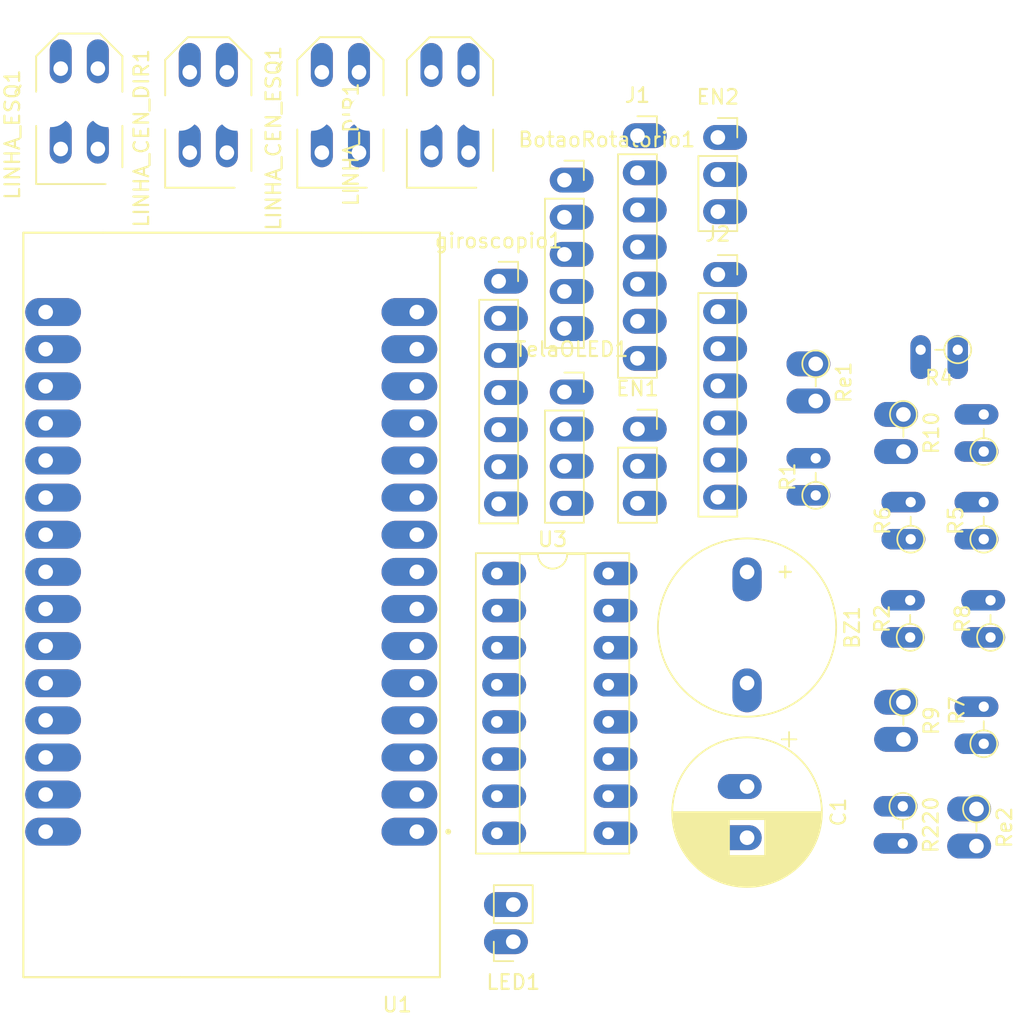
<source format=kicad_pcb>
(kicad_pcb (version 20241229) (generator "pcbnew") (generator_version "9.0")
  (layers (0 "F.Cu" signal) (2 "B.Cu" signal) (13 "F.Paste" user) (15 "B.Paste" user) (5 "F.SilkS" user "F.Silkscreen") (7 "B.SilkS" user "B.Silkscreen") (1 "F.Mask" user) (3 "B.Mask" user) (25 "Edge.Cuts" user))
  (net 0 "")
  (net 1 "KEY")
  (net 2 "S1")
  (net 3 "GND")
  (net 4 "S2")
  (net 5 "OUTE")
  (net 6 "OUTD")
  (net 7 "SDA")
  (net 8 "SCL")
  (net 9 "Net-(LINHA_ESQ1-PadA)")
  (net 10 "LE")
  (net 11 "LD")
  (net 12 "Net-(LINHA_DIR1-PadA)")
  (net 13 "Net-(LINHA_CEN_ESQ1-PadA)")
  (net 14 "CE")
  (net 15 "Net-(LINHA_CEN_DIR1-PadA)")
  (net 16 "CD")
  (net 23 "OUT3")
  (net 24 "IN3")
  (net 25 "IN2")
  (net 26 "IN4")
  (net 27 "IN1")
  (net 28 "OUT2")
  (net 29 "VIN")
  (net 30 "OUT1")
  (net 31 "OUT4")
  (net 33 "INF_FD")
  (net 34 "INF_FE")
  (net 35 "INF_TD")
  (net 36 "INF_TE")
  (net 41 "LED")
  (net 42 "Net-(LED1-Pin_2)")
  (net 43 "BUZZ")
  (net 45 "5VI")
  (net 46 "Net-(EN2-Pin_1)")
  (net 47 "Net-(EN1-Pin_1)")
  (net 50 "INF_C")
  (net 51 "5V")
  (footprint "Connector_PinSocket_2.54mm:PinSocket_1x04_P2.54mm_Vertical" (layer "F.Cu") (at 142.8 80.425)
    (property "Reference" "TelaOLED1" (at 0.5 -2.92 0) (layer "F.SilkS"))
    (property "Value" "Conn_01x04_Socket" (hide yes))
    (pad "1" thru_hole oval (at 0 0) (size 3 1.7) (drill 1 (offset 0.5 0)) (layers "*.Cu" "*.Mask") (net 7 "SDA"))
    (pad "2" thru_hole oval (at 0 2.54) (size 3 1.7) (drill 1 (offset 0.5 0)) (layers "*.Cu" "*.Mask") (net 8 "SCL"))
    (pad "3" thru_hole oval (at 0 5.08) (size 3 1.7) (drill 1 (offset 0.5 0)) (layers "*.Cu" "*.Mask") (net 3 "GND"))
    (pad "4" thru_hole oval (at 0 7.62) (size 3 1.7) (drill 1 (offset 0.5 0)) (layers "*.Cu" "*.Mask") (net 51 "5V"))
  )
  (footprint "IFSUL Camaquã:MODULE_ESP32_DEVKIT_V1_30_PIN" (layer "F.Cu") (at 120 95 180)
    (property "Reference" "U1" (at -11.355 -27.36 0) (layer "F.SilkS"))
    (property "Value" "ESP32-DEVKIT-V1")
    (pad "1" thru_hole oval (at -12.7 -15.515 180) (size 3.81 1.905) (drill 1 (offset 0.508 0)) (layers "*.Cu" "*.Mask"))
    (pad "2" thru_hole oval (at -12.7 -12.975 180) (size 3.81 1.905) (drill 1 (offset 0.508 0)) (layers "*.Cu" "*.Mask") (net 3 "GND"))
    (pad "3" thru_hole oval (at -12.7 -10.435 180) (size 3.81 1.905) (drill 1 (offset 0.508 0)) (layers "*.Cu" "*.Mask") (net 2 "S1"))
    (pad "4" thru_hole oval (at -12.7 -7.895 180) (size 3.81 1.905) (drill 1 (offset 0.508 0)) (layers "*.Cu" "*.Mask"))
    (pad "5" thru_hole oval (at -12.7 -5.355 180) (size 3.81 1.905) (drill 1 (offset 0.508 0)) (layers "*.Cu" "*.Mask") (net 4 "S2"))
    (pad "6" thru_hole oval (at -12.7 -2.815 180) (size 3.81 1.905) (drill 1 (offset 0.508 0)) (layers "*.Cu" "*.Mask") (net 35 "INF_TD"))
    (pad "7" thru_hole oval (at -12.7 -0.275 180) (size 3.81 1.905) (drill 1 (offset 0.508 0)) (layers "*.Cu" "*.Mask") (net 25 "IN2"))
    (pad "8" thru_hole oval (at -12.7 2.265 180) (size 3.81 1.905) (drill 1 (offset 0.508 0)) (layers "*.Cu" "*.Mask") (net 24 "IN3"))
    (pad "9" thru_hole oval (at -12.7 4.805 180) (size 3.81 1.905) (drill 1 (offset 0.508 0)) (layers "*.Cu" "*.Mask") (net 11 "LD"))
    (pad "10" thru_hole oval (at -12.7 7.345 180) (size 3.81 1.905) (drill 1 (offset 0.508 0)) (layers "*.Cu" "*.Mask") (net 33 "INF_FD"))
    (pad "11" thru_hole oval (at -12.7 9.885 180) (size 3.81 1.905) (drill 1 (offset 0.508 0)) (layers "*.Cu" "*.Mask") (net 7 "SDA"))
    (pad "12" thru_hole oval (at -12.7 12.425 180) (size 3.81 1.905) (drill 1 (offset 0.508 0)) (layers "*.Cu" "*.Mask") (net 16 "CD"))
    (pad "13" thru_hole oval (at -12.7 14.965 180) (size 3.81 1.905) (drill 1 (offset 0.508 0)) (layers "*.Cu" "*.Mask") (net 50 "INF_C"))
    (pad "14" thru_hole oval (at -12.7 17.505 180) (size 3.81 1.905) (drill 1 (offset 0.508 0)) (layers "*.Cu" "*.Mask") (net 8 "SCL"))
    (pad "15" thru_hole oval (at -12.7 20.045 180) (size 3.81 1.905) (drill 1 (offset 0.508 0)) (layers "*.Cu" "*.Mask") (net 6 "OUTD"))
    (pad "16" thru_hole oval (at 12.7 20.045 180) (size 3.81 1.905) (drill 1 (offset -0.508 0)) (layers "*.Cu" "*.Mask"))
    (pad "17" thru_hole oval (at 12.7 17.505 180) (size 3.81 1.905) (drill 1 (offset -0.508 0)) (layers "*.Cu" "*.Mask") (net 10 "LE"))
    (pad "18" thru_hole oval (at 12.7 14.965 180) (size 3.81 1.905) (drill 1 (offset -0.508 0)) (layers "*.Cu" "*.Mask") (net 14 "CE"))
    (pad "19" thru_hole oval (at 12.7 12.425 180) (size 3.81 1.905) (drill 1 (offset -0.508 0)) (layers "*.Cu" "*.Mask") (net 34 "INF_FE"))
    (pad "20" thru_hole oval (at 12.7 9.885 180) (size 3.81 1.905) (drill 1 (offset -0.508 0)) (layers "*.Cu" "*.Mask"))
    (pad "21" thru_hole oval (at 12.7 7.345 180) (size 3.81 1.905) (drill 1 (offset -0.508 0)) (layers "*.Cu" "*.Mask"))
    (pad "22" thru_hole oval (at 12.7 4.805 180) (size 3.81 1.905) (drill 1 (offset -0.508 0)) (layers "*.Cu" "*.Mask") (net 5 "OUTE"))
    (pad "23" thru_hole oval (at 12.7 2.265 180) (size 3.81 1.905) (drill 1 (offset -0.508 0)) (layers "*.Cu" "*.Mask") (net 26 "IN4"))
    (pad "24" thru_hole oval (at 12.7 -0.275 180) (size 3.81 1.905) (drill 1 (offset -0.508 0)) (layers "*.Cu" "*.Mask") (net 27 "IN1"))
    (pad "25" thru_hole oval (at 12.7 -2.815 180) (size 3.81 1.905) (drill 1 (offset -0.508 0)) (layers "*.Cu" "*.Mask") (net 36 "INF_TE"))
    (pad "26" thru_hole oval (at 12.7 -5.355 180) (size 3.81 1.905) (drill 1 (offset -0.508 0)) (layers "*.Cu" "*.Mask") (net 1 "KEY"))
    (pad "27" thru_hole oval (at 12.7 -7.895 180) (size 3.81 1.905) (drill 1 (offset -0.508 0)) (layers "*.Cu" "*.Mask") (net 41 "LED"))
    (pad "28" thru_hole oval (at 12.7 -10.435 180) (size 3.81 1.905) (drill 1 (offset -0.508 0)) (layers "*.Cu" "*.Mask") (net 43 "BUZZ"))
    (pad "29" thru_hole oval (at 12.7 -12.975 180) (size 3.81 1.905) (drill 1 (offset -0.508 0)) (layers "*.Cu" "*.Mask") (net 3 "GND"))
    (pad "30" thru_hole oval (at 12.7 -15.515 180) (size 3.81 1.905) (drill 1 (offset -0.508 0)) (layers "*.Cu" "*.Mask") (net 51 "5V"))
  )
  (footprint "Connector_PinSocket_2.54mm:PinSocket_1x03_P2.54mm_Vertical" (layer "F.Cu") (at 147.8 82.965)
    (property "Reference" "EN1" (at 0 -2.77 0) (layer "F.SilkS"))
    (property "Value" "Conn_01x03_Socket")
    (pad "1" thru_hole oval (at 0 0) (size 3 1.7) (drill 1 (offset 0.5 0)) (layers "*.Cu" "*.Mask") (net 47 "Net-(EN1-Pin_1)"))
    (pad "2" thru_hole oval (at 0 2.54) (size 3 1.7) (drill 1 (offset 0.5 0)) (layers "*.Cu" "*.Mask") (net 3 "GND"))
    (pad "3" thru_hole oval (at 0 5.08) (size 3 1.7) (drill 1 (offset 0.5 0)) (layers "*.Cu" "*.Mask") (net 51 "5V"))
  )
  (footprint "IFSUL Camaquã:OPTO_TCRT5000" (layer "F.Cu") (at 109.6 61.045 90)
    (property "Reference" "LINHA_ESQ1" (at -1.76355 -4.57476 90) (layer "F.SilkS") (effects (font (size 1.004126 1.004126))))
    (property "Value" "LINHA_ESQ")
    (pad "" np_thru_hole circle (at -4.65 2.45 90) (size 1 1) (drill 1) (layers "*.Cu" "*.Mask"))
    (pad "" np_thru_hole circle (at 0 -1.9 90) (size 2.5 2.5) (drill 2.5) (layers "*.Cu" "*.Mask"))
    (pad "" np_thru_hole circle (at 0 1.9 90) (size 2.5 2.5) (drill 2.5) (layers "*.Cu" "*.Mask"))
    (pad "A" thru_hole oval (at 2.75 -1.27 90) (size 3 1.5) (drill 1 (offset 0.5 0)) (layers "*.Cu" "*.Mask") (net 9 "Net-(LINHA_ESQ1-PadA)"))
    (pad "CATH" thru_hole oval (at 2.75 1.27 90) (size 3 1.5) (drill 1 (offset 0.5 0)) (layers "*.Cu" "*.Mask") (net 3 "GND"))
    (pad "COLL" thru_hole oval (at -2.75 -1.27 90) (size 3 1.5) (drill 1 (offset 0.5 0)) (layers "*.Cu" "*.Mask") (net 10 "LE"))
    (pad "E" thru_hole oval (at -2.75 1.27 90) (size 3 1.5) (drill 1 (offset 0.5 0)) (layers "*.Cu" "*.Mask") (net 3 "GND"))
  )
  (footprint "Resistor_THT:R_Axial_DIN0204_L3.6mm_D1.6mm_P2.54mm_Vertical" (layer "F.Cu") (at 166 81.96 -90)
    (property "Reference" "R10" (at 1.27 -1.92 90) (layer "F.SilkS"))
    (property "Value" "1K")
    (pad "1" thru_hole oval (at 0 0 270) (size 1.7 3) (drill 1 (offset 0 0.5)) (layers "*.Cu" "*.Mask") (net 46 "Net-(EN2-Pin_1)"))
    (pad "2" thru_hole oval (at 2.54 0 270) (size 1.7 3) (drill 1 (offset 0 0.5)) (layers "*.Cu" "*.Mask") (net 6 "OUTD"))
  )
  (footprint "Package_DIP:CERDIP-16_W7.62mm_SideBrazed_LongPads_Socket" (layer "F.Cu") (at 138.18 92.845)
    (property "Reference" "U3" (at 3.81 -2.33 0) (layer "F.SilkS"))
    (property "Value" "L293D" (hide yes))
    (pad "1" thru_hole oval (at 0 0) (size 3 1.6) (drill 0.8 (offset 0.5 0)) (layers "*.Cu" "*.Mask") (net 51 "5V"))
    (pad "2" thru_hole oval (at 0 2.54) (size 3 1.6) (drill 0.8 (offset 0.5 0)) (layers "*.Cu" "*.Mask") (net 27 "IN1"))
    (pad "3" thru_hole oval (at 0 5.08) (size 3 1.6) (drill 0.8 (offset 0.5 0)) (layers "*.Cu" "*.Mask") (net 30 "OUT1"))
    (pad "4" thru_hole oval (at 0 7.62) (size 3 1.6) (drill 0.8 (offset 0.5 0)) (layers "*.Cu" "*.Mask") (net 3 "GND"))
    (pad "5" thru_hole oval (at 0 10.16) (size 3 1.6) (drill 0.8 (offset 0.5 0)) (layers "*.Cu" "*.Mask") (net 3 "GND"))
    (pad "6" thru_hole oval (at 0 12.7) (size 3 1.6) (drill 0.8 (offset 0.5 0)) (layers "*.Cu" "*.Mask") (net 28 "OUT2"))
    (pad "7" thru_hole oval (at 0 15.24) (size 3 1.6) (drill 0.8 (offset 0.5 0)) (layers "*.Cu" "*.Mask") (net 25 "IN2"))
    (pad "8" thru_hole oval (at 0 17.78) (size 3 1.6) (drill 0.8 (offset 0.5 0)) (layers "*.Cu" "*.Mask") (net 29 "VIN"))
    (pad "9" thru_hole oval (at 7.62 17.78) (size 3 1.6) (drill 0.8 (offset 0.5 0)) (layers "*.Cu" "*.Mask") (net 51 "5V"))
    (pad "10" thru_hole oval (at 7.62 15.24) (size 3 1.6) (drill 0.8 (offset 0.5 0)) (layers "*.Cu" "*.Mask") (net 24 "IN3"))
    (pad "11" thru_hole oval (at 7.62 12.7) (size 3 1.6) (drill 0.8 (offset 0.5 0)) (layers "*.Cu" "*.Mask") (net 23 "OUT3"))
    (pad "12" thru_hole oval (at 7.62 10.16) (size 3 1.6) (drill 0.8 (offset 0.5 0)) (layers "*.Cu" "*.Mask") (net 3 "GND"))
    (pad "13" thru_hole oval (at 7.62 7.62) (size 3 1.6) (drill 0.8 (offset 0.5 0)) (layers "*.Cu" "*.Mask") (net 3 "GND"))
    (pad "14" thru_hole oval (at 7.62 5.08) (size 3 1.6) (drill 0.8 (offset 0.5 0)) (layers "*.Cu" "*.Mask") (net 31 "OUT4"))
    (pad "15" thru_hole oval (at 7.62 2.54) (size 3 1.6) (drill 0.8 (offset 0.5 0)) (layers "*.Cu" "*.Mask") (net 26 "IN4"))
    (pad "16" thru_hole oval (at 7.62 0) (size 3 1.6) (drill 0.8 (offset 0.5 0)) (layers "*.Cu" "*.Mask") (net 51 "5V"))
  )
  (footprint "Connector_PinSocket_2.54mm:PinSocket_1x05_P2.54mm_Vertical" (layer "F.Cu") (at 142.8 65.925)
    (property "Reference" "BotaoRotatorio1" (at 2.9 -2.77 0) (layer "F.SilkS"))
    (property "Value" "Conn_01x05_Socket" (hide yes))
    (pad "1" thru_hole oval (at 0 0) (size 3 1.7) (drill 1 (offset 0.5 0)) (layers "*.Cu" "*.Mask") (net 1 "KEY"))
    (pad "2" thru_hole oval (at 0 2.54) (size 3 1.7) (drill 1 (offset 0.5 0)) (layers "*.Cu" "*.Mask") (net 4 "S2"))
    (pad "3" thru_hole oval (at 0 5.08) (size 3 1.7) (drill 1 (offset 0.5 0)) (layers "*.Cu" "*.Mask") (net 2 "S1"))
    (pad "4" thru_hole oval (at 0 7.62) (size 3 1.7) (drill 1 (offset 0.5 0)) (layers "*.Cu" "*.Mask") (net 3 "GND"))
    (pad "5" thru_hole oval (at 0 10.16) (size 3 1.7) (drill 1 (offset 0.5 0)) (layers "*.Cu" "*.Mask") (net 51 "5V"))
  )
  (footprint "Resistor_THT:R_Axial_DIN0204_L3.6mm_D1.6mm_P2.54mm_Vertical" (layer "F.Cu") (at 166 101.657677 -90)
    (property "Reference" "R9" (at 1.27 -1.92 90) (layer "F.SilkS"))
    (property "Value" "1K")
    (pad "1" thru_hole oval (at 0 0 270) (size 1.7 3) (drill 1 (offset 0 0.5)) (layers "*.Cu" "*.Mask") (net 47 "Net-(EN1-Pin_1)"))
    (pad "2" thru_hole oval (at 2.54 0 270) (size 1.7 3) (drill 1 (offset 0 0.5)) (layers "*.Cu" "*.Mask") (net 5 "OUTE"))
  )
  (footprint "Connector_PinSocket_2.54mm:PinSocket_1x03_P2.54mm_Vertical" (layer "F.Cu") (at 153.3 63.005)
    (property "Reference" "EN2" (at 0 -2.77 0) (layer "F.SilkS"))
    (property "Value" "Conn_01x03_Socket")
    (pad "1" thru_hole oval (at 0 0) (size 3 1.7) (drill 1 (offset 0.5 0)) (layers "*.Cu" "*.Mask") (net 46 "Net-(EN2-Pin_1)"))
    (pad "2" thru_hole oval (at 0 2.54) (size 3 1.7) (drill 1 (offset 0.5 0)) (layers "*.Cu" "*.Mask") (net 3 "GND"))
    (pad "3" thru_hole oval (at 0 5.08) (size 3 1.7) (drill 1 (offset 0.5 0)) (layers "*.Cu" "*.Mask") (net 51 "5V"))
  )
  (footprint "IFSUL Camaquã:OPTO_TCRT5000" (layer "F.Cu") (at 118.43 61.295 90)
    (property "Reference" "LINHA_CEN_DIR1" (at -1.76355 -4.57476 90) (layer "F.SilkS") (effects (font (size 1.004126 1.004126))))
    (property "Value" "~")
    (pad "" np_thru_hole circle (at -4.65 2.45 90) (size 1 1) (drill 1) (layers "*.Cu" "*.Mask"))
    (pad "" np_thru_hole circle (at 0 -1.9 90) (size 2.5 2.5) (drill 2.5) (layers "*.Cu" "*.Mask"))
    (pad "" np_thru_hole circle (at 0 1.9 90) (size 2.5 2.5) (drill 2.5) (layers "*.Cu" "*.Mask"))
    (pad "A" thru_hole oval (at 2.75 -1.27 90) (size 3 1.5) (drill 1 (offset 0.5 0)) (layers "*.Cu" "*.Mask") (net 15 "Net-(LINHA_CEN_DIR1-PadA)"))
    (pad "CATH" thru_hole oval (at 2.75 1.27 90) (size 3 1.5) (drill 1 (offset 0.5 0)) (layers "*.Cu" "*.Mask") (net 3 "GND"))
    (pad "COLL" thru_hole oval (at -2.75 -1.27 90) (size 3 1.5) (drill 1 (offset 0.5 0)) (layers "*.Cu" "*.Mask") (net 16 "CD"))
    (pad "E" thru_hole oval (at -2.75 1.27 90) (size 3 1.5) (drill 1 (offset 0.5 0)) (layers "*.Cu" "*.Mask") (net 3 "GND"))
  )
  (footprint "Resistor_THT:R_Axial_DIN0204_L3.6mm_D1.6mm_P2.54mm_Vertical" (layer "F.Cu") (at 160 87.5 90)
    (property "Reference" "R1" (at 1.27 -1.92 90) (layer "F.SilkS"))
    (property "Value" "150")
    (pad "1" thru_hole oval (at 0 0 90) (size 1.4 3) (drill 0.7 (offset 0 -0.5)) (layers "*.Cu" "*.Mask") (net 51 "5V"))
    (pad "2" thru_hole oval (at 2.54 0 90) (size 1.4 3) (drill 0.7 (offset 0 -0.5)) (layers "*.Cu" "*.Mask") (net 9 "Net-(LINHA_ESQ1-PadA)"))
  )
  (footprint "Connector_PinSocket_2.54mm:PinSocket_1x07_P2.54mm_Vertical" (layer "F.Cu") (at 153.3 72.385)
    (property "Reference" "J2" (at 0 -2.77 0) (layer "F.SilkS"))
    (property "Value" "Conn_01x07_Socket")
    (pad "1" thru_hole oval (at 0 0) (size 3 1.7) (drill 1 (offset 0.5 0)) (layers "*.Cu" "*.Mask"))
    (pad "2" thru_hole oval (at 0 2.54) (size 3 1.7) (drill 1 (offset 0.5 0)) (layers "*.Cu" "*.Mask") (net 7 "SDA"))
    (pad "3" thru_hole oval (at 0 5.08) (size 3 1.7) (drill 1 (offset 0.5 0)) (layers "*.Cu" "*.Mask") (net 8 "SCL"))
    (pad "4" thru_hole oval (at 0 7.62) (size 3 1.7) (drill 1 (offset 0.5 0)) (layers "*.Cu" "*.Mask") (net 51 "5V"))
    (pad "5" thru_hole oval (at 0 10.16) (size 3 1.7) (drill 1 (offset 0.5 0)) (layers "*.Cu" "*.Mask") (net 3 "GND"))
    (pad "6" thru_hole oval (at 0 12.7) (size 3 1.7) (drill 1 (offset 0.5 0)) (layers "*.Cu" "*.Mask"))
    (pad "7" thru_hole oval (at 0 15.24) (size 3 1.7) (drill 1 (offset 0.5 0)) (layers "*.Cu" "*.Mask"))
  )
  (footprint "Resistor_THT:R_Axial_DIN0204_L3.6mm_D1.6mm_P2.54mm_Vertical" (layer "F.Cu") (at 171.5 90.5 90)
    (property "Reference" "R5" (at 1.27 -1.92 90) (layer "F.SilkS"))
    (property "Value" "150")
    (pad "1" thru_hole oval (at 0 0 90) (size 1.4 3) (drill 0.7 (offset 0 -0.5)) (layers "*.Cu" "*.Mask") (net 51 "5V"))
    (pad "2" thru_hole oval (at 2.54 0 90) (size 1.4 3) (drill 0.7 (offset 0 -0.5)) (layers "*.Cu" "*.Mask") (net 13 "Net-(LINHA_CEN_ESQ1-PadA)"))
  )
  (footprint "IFSUL Camaquã:OPTO_TCRT5000" (layer "F.Cu") (at 127.47 61.295 90)
    (property "Reference" "LINHA_CEN_ESQ1" (at -1.76355 -4.57476 90) (layer "F.SilkS") (effects (font (size 1.004126 1.004126))))
    (property "Value" "~")
    (pad "" np_thru_hole circle (at -4.65 2.45 90) (size 1 1) (drill 1) (layers "*.Cu" "*.Mask"))
    (pad "" np_thru_hole circle (at 0 -1.9 90) (size 2.5 2.5) (drill 2.5) (layers "*.Cu" "*.Mask"))
    (pad "" np_thru_hole circle (at 0 1.9 90) (size 2.5 2.5) (drill 2.5) (layers "*.Cu" "*.Mask"))
    (pad "A" thru_hole oval (at 2.75 -1.27 90) (size 3 1.5) (drill 1 (offset 0.5 0)) (layers "*.Cu" "*.Mask") (net 13 "Net-(LINHA_CEN_ESQ1-PadA)"))
    (pad "CATH" thru_hole oval (at 2.75 1.27 90) (size 3 1.5) (drill 1 (offset 0.5 0)) (layers "*.Cu" "*.Mask") (net 3 "GND"))
    (pad "COLL" thru_hole oval (at -2.75 -1.27 90) (size 3 1.5) (drill 1 (offset 0.5 0)) (layers "*.Cu" "*.Mask") (net 14 "CE"))
    (pad "E" thru_hole oval (at -2.75 1.27 90) (size 3 1.5) (drill 1 (offset 0.5 0)) (layers "*.Cu" "*.Mask") (net 3 "GND"))
  )
  (footprint "Resistor_THT:R_Axial_DIN0204_L3.6mm_D1.6mm_P2.54mm_Vertical" (layer "F.Cu") (at 160 78.5 -90)
    (property "Reference" "Re1" (at 1.27 -1.92 90) (layer "F.SilkS"))
    (property "Value" "2K")
    (pad "1" thru_hole oval (at 0 0 270) (size 1.7 3) (drill 1 (offset 0 0.5)) (layers "*.Cu" "*.Mask") (net 6 "OUTD"))
    (pad "2" thru_hole oval (at 2.54 0 270) (size 1.7 3) (drill 1 (offset 0 0.5)) (layers "*.Cu" "*.Mask") (net 3 "GND"))
  )
  (footprint "Resistor_THT:R_Axial_DIN0204_L3.6mm_D1.6mm_P2.54mm_Vertical" (layer "F.Cu") (at 166.4625 97.22 90)
    (property "Reference" "R2" (at 1.27 -1.92 90) (layer "F.SilkS"))
    (property "Value" "10K")
    (pad "1" thru_hole oval (at 0 0 90) (size 1.4 3) (drill 0.7 (offset 0 -0.5)) (layers "*.Cu" "*.Mask") (net 10 "LE"))
    (pad "2" thru_hole oval (at 2.54 0 90) (size 1.4 3) (drill 0.7 (offset 0 -0.5)) (layers "*.Cu" "*.Mask") (net 51 "5V"))
  )
  (footprint "Buzzer_Beeper:Buzzer_12x9.5RM7.6" (layer "F.Cu") (at 155.3 92.745 -90)
    (property "Reference" "BZ1" (at 3.8 -7.2 90) (layer "F.SilkS"))
    (property "Value" "Buzzer" (hide yes))
    (fp_text user "+" (at -0.01 -2.54 90) (layer "F.SilkS"))
    (pad "1" thru_hole oval (at 0 0 270) (size 3 2) (drill 1 (offset 0.5 0)) (layers "*.Cu" "*.Mask") (net 43 "BUZZ"))
    (pad "2" thru_hole oval (at 7.6 0 270) (size 3 2) (drill 1 (offset 0.5 0)) (layers "*.Cu" "*.Mask") (net 3 "GND"))
  )
  (footprint "Resistor_THT:R_Axial_DIN0204_L3.6mm_D1.6mm_P2.54mm_Vertical" (layer "F.Cu") (at 171.5 104.5 90)
    (property "Reference" "R7" (at 2.27 -1.840159 90) (layer "F.SilkS"))
    (property "Value" "150")
    (pad "1" thru_hole oval (at 0 0 90) (size 1.4 3) (drill 0.7 (offset 0 -0.5)) (layers "*.Cu" "*.Mask") (net 51 "5V"))
    (pad "2" thru_hole oval (at 2.54 0 90) (size 1.4 3) (drill 0.7 (offset 0 -0.5)) (layers "*.Cu" "*.Mask") (net 15 "Net-(LINHA_CEN_DIR1-PadA)"))
  )
  (footprint "Resistor_THT:R_Axial_DIN0204_L3.6mm_D1.6mm_P2.54mm_Vertical" (layer "F.Cu") (at 171.5 84.5 90)
    (property "Reference" "R3" (hide yes))
    (property "Value" "10K")
    (pad "1" thru_hole oval (at 0 0 90) (size 1.4 3) (drill 0.7 (offset 0 -0.5)) (layers "*.Cu" "*.Mask") (net 11 "LD"))
    (pad "2" thru_hole oval (at 2.54 0 90) (size 1.4 3) (drill 0.7 (offset 0 -0.5)) (layers "*.Cu" "*.Mask") (net 51 "5V"))
  )
  (footprint "Capacitor_THT:CP_Radial_D10.0mm_P3.50mm" (layer "F.Cu") (at 155.3 107.427323 -90)
    (property "Reference" "C1" (at 1.75 -6.25 90) (layer "F.SilkS"))
    (property "Value" "C")
    (pad "1" thru_hole oval (at 0 0 270) (size 1.7 3) (drill 1 (offset 0 0.5)) (layers "*.Cu" "*.Mask") (net 51 "5V"))
    (pad "2" thru_hole oval (at 3.5 0 270) (size 1.7 3) (drill 1 (offset 0 0.5)) (layers "*.Cu" "*.Mask") (net 45 "5VI"))
  )
  (footprint "Resistor_THT:R_Axial_DIN0204_L3.6mm_D1.6mm_P2.54mm_Vertical" (layer "F.Cu") (at 171.9625 97.22 90)
    (property "Reference" "R8" (at 1.27 -1.92 90) (layer "F.SilkS"))
    (property "Value" "10K")
    (pad "1" thru_hole oval (at 0 0 90) (size 1.4 3) (drill 0.7 (offset 0 -0.5)) (layers "*.Cu" "*.Mask") (net 16 "CD"))
    (pad "2" thru_hole oval (at 2.54 0 90) (size 1.4 3) (drill 0.7 (offset 0 -0.5)) (layers "*.Cu" "*.Mask") (net 51 "5V"))
  )
  (footprint "Connector_PinSocket_2.54mm:PinSocket_1x07_P2.54mm_Vertical" (layer "F.Cu") (at 138.3 72.845)
    (property "Reference" "giroscopio1" (at 0 -2.77 0) (layer "F.SilkS"))
    (property "Value" "Conn_01x07_Socket" (hide yes))
    (pad "1" thru_hole oval (at 0 0) (size 3 1.7) (drill 1 (offset 0.5 0)) (layers "*.Cu" "*.Mask"))
    (pad "2" thru_hole oval (at 0 2.54) (size 3 1.7) (drill 1 (offset 0.5 0)) (layers "*.Cu" "*.Mask"))
    (pad "3" thru_hole oval (at 0 5.08) (size 3 1.7) (drill 1 (offset 0.5 0)) (layers "*.Cu" "*.Mask") (net 7 "SDA"))
    (pad "4" thru_hole oval (at 0 7.62) (size 3 1.7) (drill 1 (offset 0.5 0)) (layers "*.Cu" "*.Mask") (net 8 "SCL"))
    (pad "5" thru_hole oval (at 0 10.16) (size 3 1.7) (drill 1 (offset 0.5 0)) (layers "*.Cu" "*.Mask") (net 3 "GND"))
    (pad "6" thru_hole oval (at 0 12.7) (size 3 1.7) (drill 1 (offset 0.5 0)) (layers "*.Cu" "*.Mask"))
    (pad "7" thru_hole oval (at 0 15.24) (size 3 1.7) (drill 1 (offset 0.5 0)) (layers "*.Cu" "*.Mask") (net 51 "5V"))
  )
  (footprint "IFSUL Camaquã:OPTO_TCRT5000" (layer "F.Cu") (at 134.97 61.295 90)
    (property "Reference" "LINHA_DIR1" (at -2.176298 -6.77 90) (layer "F.SilkS") (effects (font (size 1.004126 1.004126))))
    (property "Value" "~" (hide yes))
    (pad "" np_thru_hole circle (at -4.65 2.45 90) (size 1 1) (drill 1) (layers "*.Cu" "*.Mask"))
    (pad "" np_thru_hole circle (at 0 -1.9 90) (size 2.5 2.5) (drill 2.5) (layers "*.Cu" "*.Mask"))
    (pad "" np_thru_hole circle (at 0 1.9 90) (size 2.5 2.5) (drill 2.5) (layers "*.Cu" "*.Mask"))
    (pad "A" thru_hole oval (at 2.75 -1.27 90) (size 3 1.5) (drill 1 (offset 0.5 0)) (layers "*.Cu" "*.Mask") (net 12 "Net-(LINHA_DIR1-PadA)"))
    (pad "CATH" thru_hole oval (at 2.75 1.27 90) (size 3 1.5) (drill 1 (offset 0.5 0)) (layers "*.Cu" "*.Mask") (net 3 "GND"))
    (pad "COLL" thru_hole oval (at -2.75 -1.27 90) (size 3 1.5) (drill 1 (offset 0.5 0)) (layers "*.Cu" "*.Mask") (net 11 "LD"))
    (pad "E" thru_hole oval (at -2.75 1.27 90) (size 3 1.5) (drill 1 (offset 0.5 0)) (layers "*.Cu" "*.Mask") (net 3 "GND"))
  )
  (footprint "Resistor_THT:R_Axial_DIN0204_L3.6mm_D1.6mm_P2.54mm_Vertical" (layer "F.Cu") (at 166.5 90.5 90)
    (property "Reference" "R6" (at 1.27 -1.92 90) (layer "F.SilkS"))
    (property "Value" "10K")
    (pad "1" thru_hole oval (at 0 0 90) (size 1.4 3) (drill 0.7 (offset 0 -0.5)) (layers "*.Cu" "*.Mask") (net 14 "CE"))
    (pad "2" thru_hole oval (at 2.54 0 90) (size 1.4 3) (drill 0.7 (offset 0 -0.5)) (layers "*.Cu" "*.Mask") (net 51 "5V"))
  )
  (footprint "Resistor_THT:R_Axial_DIN0204_L3.6mm_D1.6mm_P2.54mm_Vertical" (layer "F.Cu") (at 171 108.96 -90)
    (property "Reference" "Re2" (at 1.27 -1.92 90) (layer "F.SilkS"))
    (property "Value" "2K")
    (pad "1" thru_hole oval (at 0 0 270) (size 1.7 3) (drill 1 (offset 0 0.5)) (layers "*.Cu" "*.Mask") (net 5 "OUTE"))
    (pad "2" thru_hole oval (at 2.54 0 270) (size 1.7 3) (drill 1 (offset 0 0.5)) (layers "*.Cu" "*.Mask") (net 3 "GND"))
  )
  (footprint "Connector_PinSocket_2.54mm:PinSocket_1x02_P2.54mm_Vertical" (layer "F.Cu") (at 139.3 118.045 180)
    (property "Reference" "LED1" (at 0 -2.77 0) (layer "F.SilkS"))
    (property "Value" "Conn_01x02_Socket" (hide yes))
    (pad "1" thru_hole oval (at 0 0 180) (size 3 1.7) (drill 1 (offset 0.5 0)) (layers "*.Cu" "*.Mask") (net 3 "GND"))
    (pad "2" thru_hole oval (at 0 2.54 180) (size 3 1.7) (drill 1 (offset 0.5 0)) (layers "*.Cu" "*.Mask") (net 42 "Net-(LED1-Pin_2)"))
  )
  (footprint "Resistor_THT:R_Axial_DIN0204_L3.6mm_D1.6mm_P2.54mm_Vertical" (layer "F.Cu") (at 165.9625 108.78 -90)
    (property "Reference" "R220" (at 1.27 -1.92 90) (layer "F.SilkS"))
    (property "Value" "R")
    (pad "1" thru_hole oval (at 0 0 270) (size 1.4 3) (drill 0.7 (offset 0 0.5)) (layers "*.Cu" "*.Mask") (net 42 "Net-(LED1-Pin_2)"))
    (pad "2" thru_hole oval (at 2.54 0 270) (size 1.4 3) (drill 0.7 (offset 0 0.5)) (layers "*.Cu" "*.Mask") (net 41 "LED"))
  )
  (footprint "Connector_PinSocket_2.54mm:PinSocket_1x07_P2.54mm_Vertical" (layer "F.Cu") (at 147.8 62.885)
    (property "Reference" "J1" (at 0 -2.77 0) (layer "F.SilkS"))
    (property "Value" "Conn_01x07_Socket")
    (pad "1" thru_hole oval (at 0 0) (size 3 1.7) (drill 1 (offset 0.5 0)) (layers "*.Cu" "*.Mask"))
    (pad "2" thru_hole oval (at 0 2.54) (size 3 1.7) (drill 1 (offset 0.5 0)) (layers "*.Cu" "*.Mask") (net 7 "SDA"))
    (pad "3" thru_hole oval (at 0 5.08) (size 3 1.7) (drill 1 (offset 0.5 0)) (layers "*.Cu" "*.Mask") (net 8 "SCL"))
    (pad "4" thru_hole oval (at 0 7.62) (size 3 1.7) (drill 1 (offset 0.5 0)) (layers "*.Cu" "*.Mask") (net 51 "5V"))
    (pad "5" thru_hole oval (at 0 10.16) (size 3 1.7) (drill 1 (offset 0.5 0)) (layers "*.Cu" "*.Mask") (net 3 "GND"))
    (pad "6" thru_hole oval (at 0 12.7) (size 3 1.7) (drill 1 (offset 0.5 0)) (layers "*.Cu" "*.Mask"))
    (pad "7" thru_hole oval (at 0 15.24) (size 3 1.7) (drill 1 (offset 0.5 0)) (layers "*.Cu" "*.Mask"))
  )
  (footprint "Resistor_THT:R_Axial_DIN0204_L3.6mm_D1.6mm_P2.54mm_Vertical" (layer "F.Cu") (at 169.72 77.5375 180)
    (property "Reference" "R4" (at 1.27 -1.92 0) (layer "F.SilkS"))
    (property "Value" "150")
    (pad "1" thru_hole oval (at 0 0 180) (size 1.4 3) (drill 0.7 (offset 0 -0.5)) (layers "*.Cu" "*.Mask") (net 51 "5V"))
    (pad "2" thru_hole oval (at 2.54 0 180) (size 1.4 3) (drill 0.7 (offset 0 -0.5)) (layers "*.Cu" "*.Mask") (net 12 "Net-(LINHA_DIR1-PadA)"))
  )
  (segment (start 132.7 90.195) (end 132.9125 90.195) (width 1) (layer "B.Cu") (net 11))
  (segment (start 132.9125 90.195) (end 133 90.2825) (width 1) (layer "B.Cu") (net 11))
)
</source>
